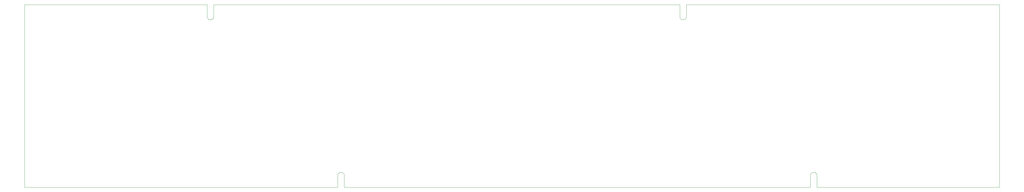
<source format=gbr>
%TF.GenerationSoftware,KiCad,Pcbnew,(7.0.0)*%
%TF.CreationDate,2023-07-13T12:21:55+02:00*%
%TF.ProjectId,Panelization,50616e65-6c69-47a6-9174-696f6e2e6b69,V1*%
%TF.SameCoordinates,PX2d4cae0PY73df160*%
%TF.FileFunction,Other,ECO1*%
%FSLAX46Y46*%
G04 Gerber Fmt 4.6, Leading zero omitted, Abs format (unit mm)*
G04 Created by KiCad (PCBNEW (7.0.0)) date 2023-07-13 12:21:55*
%MOMM*%
%LPD*%
G01*
G04 APERTURE LIST*
%TA.AperFunction,Profile*%
%ADD10C,0.100000*%
%TD*%
G04 APERTURE END LIST*
D10*
X322500000Y-59500000D02*
X327500000Y-59500000D01*
X219281424Y-1556220D02*
X219280000Y-1500000D01*
X59710561Y-2377761D02*
X59666975Y-2342222D01*
X220277703Y-2604305D02*
X220221915Y-2597200D01*
X103569094Y-55114490D02*
X103589956Y-55062264D01*
X104121162Y-54503436D02*
X104172264Y-54479956D01*
X104497703Y-54395694D02*
X104553779Y-54391424D01*
X61449095Y-1832293D02*
X61430905Y-1885509D01*
X219851314Y-2470525D02*
X219802849Y-2441995D01*
X265047735Y-54479956D02*
X265098837Y-54503436D01*
X265148685Y-54529474D02*
X265197150Y-54558004D01*
X103930561Y-54622238D02*
X103975891Y-54588951D01*
X220775509Y-2540905D02*
X220722293Y-2559095D01*
X221301048Y-2134108D02*
X221267761Y-2179438D01*
X104778084Y-54402799D02*
X104833441Y-54412721D01*
X221194520Y-2264753D02*
X221154753Y-2304520D01*
X103535433Y-55221775D02*
X103550904Y-55167706D01*
X265452222Y-54776975D02*
X265487761Y-54820561D01*
X104888224Y-54425433D02*
X104942293Y-54440904D01*
X219419474Y-2038685D02*
X219393436Y-1988837D01*
X221360525Y-2038685D02*
X221331995Y-2087150D01*
X221477278Y-1723441D02*
X221464566Y-1778224D01*
X103805479Y-54735246D02*
X103845246Y-54695479D01*
X60221915Y-2597200D02*
X60166558Y-2587278D01*
X60111775Y-2574566D02*
X60057706Y-2559095D01*
X61194520Y-2264753D02*
X61154753Y-2304520D01*
X103589956Y-55062264D02*
X103613436Y-55011162D01*
X265720000Y-59500000D02*
X268500000Y-59500000D01*
X221232222Y-2223024D02*
X221194520Y-2264753D01*
X265630043Y-55062264D02*
X265650905Y-55114490D01*
X220722293Y-2559095D02*
X220668224Y-2574566D01*
X265289438Y-54622238D02*
X265333024Y-54657777D01*
X322500000Y2500000D02*
X221500000Y2500000D01*
X103512799Y-55331915D02*
X103522721Y-55276558D01*
X61267761Y-2179438D02*
X61232222Y-2223024D01*
X264553779Y-54391424D02*
X264610000Y-54390000D01*
X59448004Y-2087150D02*
X59419474Y-2038685D01*
X264942293Y-54440904D02*
X264995509Y-54459094D01*
X220111775Y-2574566D02*
X220057706Y-2559095D01*
X105714305Y-55387703D02*
X105718575Y-55443779D01*
X264995509Y-54459094D02*
X265047735Y-54479956D01*
X263975891Y-54588951D02*
X264022849Y-54558004D01*
X61301048Y-2134108D02*
X61267761Y-2179438D01*
X219585479Y-2264753D02*
X219547777Y-2223024D01*
X60446220Y-2608575D02*
X60390000Y-2609999D01*
X105719999Y-55500000D02*
X105720000Y-59500000D01*
X265098837Y-54503436D02*
X265148685Y-54529474D01*
X263886975Y-54657777D02*
X263930561Y-54622238D01*
X108500000Y-59500000D02*
X162500000Y-59500000D01*
X103500000Y-55500000D02*
X103501424Y-55443779D01*
X221430905Y-1885509D02*
X221410043Y-1937735D01*
X219666975Y-2342222D02*
X219625246Y-2304520D01*
X103975891Y-54588951D02*
X104022849Y-54558004D01*
X61232222Y-2223024D02*
X61194520Y-2264753D01*
X265374753Y-54695479D02*
X265414520Y-54735246D01*
X219315433Y-1778224D02*
X219302721Y-1723441D01*
X103668004Y-54912849D02*
X103698951Y-54865891D01*
X219349094Y-1885509D02*
X219330904Y-1832293D01*
X265606563Y-55011162D02*
X265630043Y-55062264D01*
X221487200Y-1668084D02*
X221477278Y-1723441D01*
X219802849Y-2441995D02*
X219755891Y-2411048D01*
X219710561Y-2377761D02*
X219666975Y-2342222D01*
X60502296Y-2604305D02*
X60446220Y-2608575D01*
X264224490Y-54459094D02*
X264277706Y-54440904D01*
X59292799Y-1668084D02*
X59285694Y-1612296D01*
X263501424Y-55443779D02*
X263505694Y-55387703D01*
X221500000Y2500000D02*
X221500000Y-1500000D01*
X219478951Y-2134108D02*
X219448004Y-2087150D01*
X105289438Y-54622238D02*
X105333024Y-54657777D01*
X105580525Y-54961314D02*
X105606563Y-55011162D01*
X105669095Y-55167706D02*
X105684566Y-55221775D01*
X219901162Y-2496563D02*
X219851314Y-2470525D01*
X105521048Y-54865891D02*
X105551995Y-54912849D01*
X61024108Y-2411048D02*
X60977150Y-2441995D01*
X105414520Y-54735246D02*
X105452222Y-54776975D01*
X264277706Y-54440904D02*
X264331775Y-54425433D01*
X219755891Y-2411048D02*
X219710561Y-2377761D01*
X61069438Y-2377761D02*
X61024108Y-2411048D01*
X265719999Y-55500000D02*
X265720000Y-59500000D01*
X60004490Y-2540905D02*
X59952264Y-2520043D01*
X104833441Y-54412721D02*
X104888224Y-54425433D01*
X104277706Y-54440904D02*
X104331775Y-54425433D01*
X104995509Y-54459094D02*
X105047735Y-54479956D01*
X61494305Y-1612296D02*
X61487200Y-1668084D01*
X220668224Y-2574566D02*
X220613441Y-2587278D01*
X264833441Y-54412721D02*
X264888224Y-54425433D01*
X103550904Y-55167706D02*
X103569094Y-55114490D01*
X268500000Y-59500000D02*
X322500000Y-59500000D01*
X104022849Y-54558004D02*
X104071314Y-54529474D01*
X264331775Y-54425433D02*
X264386558Y-54412721D01*
X327500000Y2500000D02*
X322500000Y2500000D01*
X61386563Y-1988837D02*
X61360525Y-2038685D01*
X60558084Y-2597200D02*
X60502296Y-2604305D01*
X103767777Y-54776975D02*
X103805479Y-54735246D01*
X2500000Y2500000D02*
X-2500000Y2500000D01*
X220057706Y-2559095D02*
X220004490Y-2540905D01*
X103505694Y-55387703D02*
X103512799Y-55331915D01*
X61113024Y-2342222D02*
X61069438Y-2377761D01*
X219292799Y-1668084D02*
X219285694Y-1612296D01*
X60057706Y-2559095D02*
X60004490Y-2540905D01*
X221498575Y-1556220D02*
X221494305Y-1612296D01*
X220446220Y-2608575D02*
X220390000Y-2609999D01*
X60613441Y-2587278D02*
X60558084Y-2597200D01*
X265414520Y-54735246D02*
X265452222Y-54776975D01*
X220004490Y-2540905D02*
X219952264Y-2520043D01*
X61331995Y-2087150D02*
X61301048Y-2134108D01*
X59755891Y-2411048D02*
X59710561Y-2377761D01*
X220928685Y-2470525D02*
X220878837Y-2496563D01*
X263550904Y-55167706D02*
X263569094Y-55114490D01*
X61154753Y-2304520D02*
X61113024Y-2342222D01*
X59901162Y-2496563D02*
X59851314Y-2470525D01*
X-2500000Y2500000D02*
X-2500000Y-59500000D01*
X59512238Y-2179438D02*
X59478951Y-2134108D01*
X105197150Y-54558004D02*
X105244108Y-54588951D01*
X59281424Y-1556220D02*
X59280000Y-1500000D01*
X105697278Y-55276558D02*
X105707200Y-55331915D01*
X105707200Y-55331915D02*
X105714305Y-55387703D01*
X61477278Y-1723441D02*
X61464566Y-1778224D01*
X263767777Y-54776975D02*
X263805479Y-54735246D01*
X103698951Y-54865891D02*
X103732238Y-54820561D01*
X265650905Y-55114490D02*
X265669095Y-55167706D01*
X104386558Y-54412721D02*
X104441915Y-54402799D01*
X263500000Y-59500000D02*
X263500000Y-55500000D01*
X162500000Y-59500000D02*
X263500000Y-59500000D01*
X59393436Y-1988837D02*
X59369956Y-1937735D01*
X221410043Y-1937735D02*
X221386563Y-1988837D01*
X221069438Y-2377761D02*
X221024108Y-2411048D01*
X264386558Y-54412721D02*
X264441915Y-54402799D01*
X264888224Y-54425433D02*
X264942293Y-54440904D01*
X220977150Y-2441995D02*
X220928685Y-2470525D01*
X221267761Y-2179438D02*
X221232222Y-2223024D01*
X103845246Y-54695479D02*
X103886975Y-54657777D01*
X263698951Y-54865891D02*
X263732238Y-54820561D01*
X264172264Y-54479956D02*
X264224490Y-54459094D01*
X220333779Y-2608575D02*
X220277703Y-2604305D01*
X59302721Y-1723441D02*
X59292799Y-1668084D01*
X61410043Y-1937735D02*
X61386563Y-1988837D01*
X265714305Y-55387703D02*
X265718575Y-55443779D01*
X103639474Y-54961314D02*
X103668004Y-54912849D01*
X60928685Y-2470525D02*
X60878837Y-2496563D01*
X327500000Y-59500000D02*
X327500000Y2500000D01*
X220221915Y-2597200D02*
X220166558Y-2587278D01*
X105333024Y-54657777D02*
X105374753Y-54695479D01*
X220390000Y-2609999D02*
X220333779Y-2608575D01*
X265551995Y-54912849D02*
X265580525Y-54961314D01*
X264666220Y-54391424D02*
X264722296Y-54395694D01*
X60878837Y-2496563D02*
X60827735Y-2520043D01*
X60333779Y-2608575D02*
X60277703Y-2604305D01*
X105452222Y-54776975D02*
X105487761Y-54820561D01*
X61464566Y-1778224D02*
X61449095Y-1832293D01*
X265197150Y-54558004D02*
X265244108Y-54588951D01*
X219285694Y-1612296D02*
X219281424Y-1556220D01*
X59585479Y-2264753D02*
X59547777Y-2223024D01*
X59478951Y-2134108D02*
X59448004Y-2087150D01*
X263668004Y-54912849D02*
X263698951Y-54865891D01*
X104553779Y-54391424D02*
X104610000Y-54390000D01*
X263522721Y-55276558D02*
X263535433Y-55221775D01*
X263500000Y-55500000D02*
X263501424Y-55443779D01*
X59285694Y-1612296D02*
X59281424Y-1556220D01*
X219547777Y-2223024D02*
X219512238Y-2179438D01*
X263639474Y-54961314D02*
X263668004Y-54912849D01*
X263845246Y-54695479D02*
X263886975Y-54657777D01*
X60166558Y-2587278D02*
X60111775Y-2574566D01*
X-2500000Y-59500000D02*
X-2500000Y-59500000D01*
X264610000Y-54390000D02*
X264666220Y-54391424D01*
X105487761Y-54820561D02*
X105521048Y-54865891D01*
X219302721Y-1723441D02*
X219292799Y-1668084D01*
X265697278Y-55276558D02*
X265707200Y-55331915D01*
X216500000Y2500000D02*
X162500000Y2500000D01*
X59315433Y-1778224D02*
X59302721Y-1723441D01*
X221113024Y-2342222D02*
X221069438Y-2377761D01*
X105244108Y-54588951D02*
X105289438Y-54622238D01*
X59802849Y-2441995D02*
X59755891Y-2411048D01*
X103886975Y-54657777D02*
X103930561Y-54622238D01*
X105098837Y-54503436D02*
X105148685Y-54529474D01*
X-2500000Y-59500000D02*
X2500000Y-59500000D01*
X220613441Y-2587278D02*
X220558084Y-2597200D01*
X104441915Y-54402799D02*
X104497703Y-54395694D01*
X104666220Y-54391424D02*
X104722296Y-54395694D01*
X265707200Y-55331915D02*
X265714305Y-55387703D01*
X219625246Y-2304520D02*
X219585479Y-2264753D01*
X264121162Y-54503436D02*
X264172264Y-54479956D01*
X103500000Y-59500000D02*
X103500000Y-55500000D01*
X104942293Y-54440904D02*
X104995509Y-54459094D01*
X263569094Y-55114490D02*
X263589956Y-55062264D01*
X60722293Y-2559095D02*
X60668224Y-2574566D01*
X60977150Y-2441995D02*
X60928685Y-2470525D01*
X220502296Y-2604305D02*
X220446220Y-2608575D01*
X265521048Y-54865891D02*
X265551995Y-54912849D01*
X104610000Y-54390000D02*
X104666220Y-54391424D01*
X105148685Y-54529474D02*
X105197150Y-54558004D01*
X220878837Y-2496563D02*
X220827735Y-2520043D01*
X265669095Y-55167706D02*
X265684566Y-55221775D01*
X59419474Y-2038685D02*
X59393436Y-1988837D01*
X60277703Y-2604305D02*
X60221915Y-2597200D01*
X103501424Y-55443779D02*
X103505694Y-55387703D01*
X59625246Y-2304520D02*
X59585479Y-2264753D01*
X219369956Y-1937735D02*
X219349094Y-1885509D01*
X219280000Y2500000D02*
X216500000Y2500000D01*
X103732238Y-54820561D02*
X103767777Y-54776975D01*
X263613436Y-55011162D02*
X263639474Y-54961314D01*
X61430905Y-1885509D02*
X61410043Y-1937735D01*
X219512238Y-2179438D02*
X219478951Y-2134108D01*
X105650905Y-55114490D02*
X105669095Y-55167706D01*
X105684566Y-55221775D02*
X105697278Y-55276558D01*
X220827735Y-2520043D02*
X220775509Y-2540905D01*
X59280000Y-1500000D02*
X59280000Y2500000D01*
X104172264Y-54479956D02*
X104224490Y-54459094D01*
X60827735Y-2520043D02*
X60775509Y-2540905D01*
X221024108Y-2411048D02*
X220977150Y-2441995D01*
X59952264Y-2520043D02*
X59901162Y-2496563D01*
X221449095Y-1832293D02*
X221430905Y-1885509D01*
X56500000Y2500000D02*
X2500000Y2500000D01*
X265333024Y-54657777D02*
X265374753Y-54695479D01*
X105606563Y-55011162D02*
X105630043Y-55062264D01*
X61500000Y2500000D02*
X61500000Y-1500000D01*
X220166558Y-2587278D02*
X220111775Y-2574566D01*
X219280000Y-1500000D02*
X219280000Y2500000D01*
X61500000Y-1500000D02*
X61498575Y-1556220D01*
X263505694Y-55387703D02*
X263512799Y-55331915D01*
X264071314Y-54529474D02*
X264121162Y-54503436D01*
X105630043Y-55062264D02*
X105650905Y-55114490D01*
X59666975Y-2342222D02*
X59625246Y-2304520D01*
X59547777Y-2223024D02*
X59512238Y-2179438D01*
X219393436Y-1988837D02*
X219369956Y-1937735D01*
X265684566Y-55221775D02*
X265697278Y-55276558D01*
X104331775Y-54425433D02*
X104386558Y-54412721D01*
X221154753Y-2304520D02*
X221113024Y-2342222D01*
X264022849Y-54558004D02*
X264071314Y-54529474D01*
X221386563Y-1988837D02*
X221360525Y-2038685D01*
X265580525Y-54961314D02*
X265606563Y-55011162D01*
X221500000Y-1500000D02*
X221498575Y-1556220D01*
X263732238Y-54820561D02*
X263767777Y-54776975D01*
X220558084Y-2597200D02*
X220502296Y-2604305D01*
X59280000Y2500000D02*
X56500000Y2500000D01*
X104224490Y-54459094D02*
X104277706Y-54440904D01*
X263589956Y-55062264D02*
X263613436Y-55011162D01*
X104071314Y-54529474D02*
X104121162Y-54503436D01*
X59330904Y-1832293D02*
X59315433Y-1778224D01*
X60668224Y-2574566D02*
X60613441Y-2587278D01*
X263535433Y-55221775D02*
X263550904Y-55167706D01*
X265244108Y-54588951D02*
X265289438Y-54622238D01*
X59349094Y-1885509D02*
X59330904Y-1832293D01*
X219330904Y-1832293D02*
X219315433Y-1778224D01*
X221494305Y-1612296D02*
X221487200Y-1668084D01*
X264497703Y-54395694D02*
X264553779Y-54391424D01*
X263512799Y-55331915D02*
X263522721Y-55276558D01*
X2500000Y-59500000D02*
X103500000Y-59500000D01*
X105718575Y-55443779D02*
X105719999Y-55500000D01*
X105374753Y-54695479D02*
X105414520Y-54735246D01*
X264441915Y-54402799D02*
X264497703Y-54395694D01*
X103613436Y-55011162D02*
X103639474Y-54961314D01*
X104722296Y-54395694D02*
X104778084Y-54402799D01*
X263930561Y-54622238D02*
X263975891Y-54588951D01*
X105551995Y-54912849D02*
X105580525Y-54961314D01*
X264722296Y-54395694D02*
X264778084Y-54402799D01*
X61498575Y-1556220D02*
X61494305Y-1612296D01*
X60390000Y-2609999D02*
X60333779Y-2608575D01*
X264778084Y-54402799D02*
X264833441Y-54412721D01*
X162500000Y2500000D02*
X61500000Y2500000D01*
X221464566Y-1778224D02*
X221449095Y-1832293D01*
X105047735Y-54479956D02*
X105098837Y-54503436D01*
X59369956Y-1937735D02*
X59349094Y-1885509D01*
X61360525Y-2038685D02*
X61331995Y-2087150D01*
X265487761Y-54820561D02*
X265521048Y-54865891D01*
X263805479Y-54735246D02*
X263845246Y-54695479D01*
X59851314Y-2470525D02*
X59802849Y-2441995D01*
X265718575Y-55443779D02*
X265719999Y-55500000D01*
X219952264Y-2520043D02*
X219901162Y-2496563D01*
X103522721Y-55276558D02*
X103535433Y-55221775D01*
X221331995Y-2087150D02*
X221301048Y-2134108D01*
X60775509Y-2540905D02*
X60722293Y-2559095D01*
X61487200Y-1668084D02*
X61477278Y-1723441D01*
X219448004Y-2087150D02*
X219419474Y-2038685D01*
X105720000Y-59500000D02*
X108500000Y-59500000D01*
M02*

</source>
